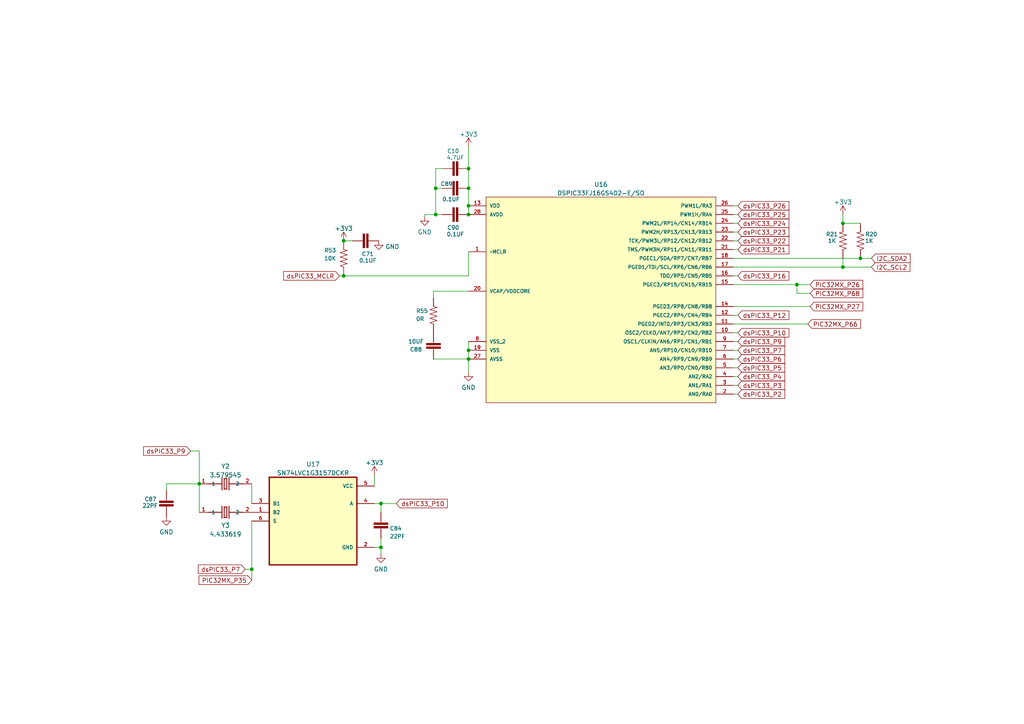
<source format=kicad_sch>
(kicad_sch (version 20230121) (generator eeschema)
  (paper "A4")
  (lib_symbols
    (symbol "Analog_Switch:SN74LVC1G3157DCKR" (pin_names (offset 1.016))
      (property "Reference" "U" (at -12.7 13.6906 0))
      (property "Value" "SN74LVC1G3157DCKR" (at -12.7 -16.6878 0))
      (symbol "SN74LVC1G3157DCKR_0_0"
        (rectangle (start -12.7 -12.7) (end 12.7 12.7) (stroke (width 0.4064)) (fill (type background)))
        (pin input line (at -17.78 2.54 0) (length 5.08) (name "B2") (number "1"))
        (pin power_in line (at 17.78 -7.62 180) (length 5.08) (name "GND") (number "2"))
        (pin input line (at -17.78 5.08 0) (length 5.08) (name "B1") (number "3"))
        (pin output line (at 17.78 5.08 180) (length 5.08) (name "A") (number "4"))
        (pin power_in line (at 17.78 10.16 180) (length 5.08) (name "VCC") (number "5"))
        (pin input line (at -17.78 0 0) (length 5.08) (name "S") (number "6"))
      )
    )
    (symbol "DSP_Microchip_DSPIC33:DSPIC33FJ16GS402-E{brace}slash}SO" (pin_names (offset 1.016))
      (property "Reference" "U16" (at 9.8425 23.969 0))
      (property "Value" "DSPIC33FJ16GS402-E/SO" (at 9.8425 21.4321 0))
      (symbol "DSPIC33FJ16GS402-E{brace}slash}SO_0_0"
        (rectangle (start -23.495 20.32) (end 43.18 -39.37) (stroke (width 0.1524)) (fill (type background)))
        (pin input line (at -28.575 4.445 0) (length 5.08) (name "~MCLR") (number "1"))
        (pin bidirectional line (at 48.26 -19.05 180) (length 5.08) (name "OSC2/CLKO/AN7/RP2/CN2/RB2") (number "10"))
        (pin bidirectional line (at 48.26 -16.51 180) (length 5.08) (name "PGED2/INT0/RP3/CN3/RB3") (number "11"))
        (pin bidirectional line (at 48.26 -13.97 180) (length 5.08) (name "PGEC2/RP4/CN4/RB4") (number "12"))
        (pin power_in line (at -28.575 17.78 0) (length 5.08) (name "VDD") (number "13"))
        (pin bidirectional line (at 48.26 -11.43 180) (length 5.08) (name "PGED3/RP8/CN8/RB8") (number "14"))
        (pin bidirectional line (at 48.26 -5.08 180) (length 5.08) (name "PGEC3/RP15/CN15/RB15") (number "15"))
        (pin bidirectional line (at 48.26 -2.54 180) (length 5.08) (name "TDO/RP5/CN5/RB5") (number "16"))
        (pin bidirectional line (at 48.26 0 180) (length 5.08) (name "PGED1/TDI/SCL/RP6/CN6/RB6") (number "17"))
        (pin bidirectional line (at 48.26 2.54 180) (length 5.08) (name "PGEC1/SDA/RP7/CN7/RB7") (number "18"))
        (pin power_in line (at -28.575 -24.13 0) (length 5.08) (name "VSS") (number "19"))
        (pin bidirectional line (at 48.26 -36.83 180) (length 5.08) (name "AN0/RA0") (number "2"))
        (pin passive line (at -28.575 -6.985 0) (length 5.08) (name "VCAP/VDDCORE") (number "20"))
        (pin bidirectional line (at 48.26 5.08 180) (length 5.08) (name "TMS/PWM3H/RP11/CN11/RB11") (number "21"))
        (pin bidirectional line (at 48.26 7.62 180) (length 5.08) (name "TCK/PWM3L/RP12/CN12/RB12") (number "22"))
        (pin bidirectional line (at 48.26 10.16 180) (length 5.08) (name "PWM2H/RP13/CN13/RB13") (number "23"))
        (pin bidirectional line (at 48.26 12.7 180) (length 5.08) (name "PWM2L/RP14/CN14/RB14") (number "24"))
        (pin bidirectional line (at 48.26 15.24 180) (length 5.08) (name "PWM1H/RA4") (number "25"))
        (pin bidirectional line (at 48.26 17.78 180) (length 5.08) (name "PWM1L/RA3") (number "26"))
        (pin power_in line (at -28.575 -26.67 0) (length 5.08) (name "AVSS") (number "27"))
        (pin power_in line (at -28.575 15.24 0) (length 5.08) (name "AVDD") (number "28"))
        (pin bidirectional line (at 48.26 -34.29 180) (length 5.08) (name "AN1/RA1") (number "3"))
        (pin bidirectional line (at 48.26 -31.75 180) (length 5.08) (name "AN2/RA2") (number "4"))
        (pin bidirectional line (at 48.26 -29.21 180) (length 5.08) (name "AN3/RP0/CN0/RB0") (number "5"))
        (pin bidirectional line (at 48.26 -26.67 180) (length 5.08) (name "AN4/RP9/CN9/RB9") (number "6"))
        (pin bidirectional line (at 48.26 -24.13 180) (length 5.08) (name "AN5/RP10/CN10/RB10") (number "7"))
        (pin power_in line (at -28.575 -21.59 0) (length 5.08) (name "VSS_2") (number "8"))
        (pin bidirectional line (at 48.26 -21.59 180) (length 5.08) (name "OSC1/CLKIN/AN6/RP1/CN1/RB1") (number "9"))
      )
    )
    (symbol "SparkFun-Capacitors:0.1UF-0402-16V-10%" (pin_numbers hide) (pin_names (offset 1.016) hide)
      (property "Reference" "C" (at 1.524 2.921 0))
      (property "Value" "0.1UF-0402-16V-10%" (at 1.524 -2.159 0))
      (property "Field4" "CAP-12416" (at 0 7.62 0))
      (symbol "0.1UF-0402-16V-10%_1_0"
        (polyline (pts (xy 0 0) (xy 0 0.508)))
        (polyline (pts (xy 0 2.54) (xy 0 2.032)))
      )
      (symbol "0.1UF-0402-16V-10%_1_1"
        (rectangle (start -2.032 0.508) (end 2.032 1.016) (fill (type outline)))
        (rectangle (start -2.032 1.524) (end 2.032 2.032) (fill (type outline)))
        (pin passive line (at 0 5.08 270) (length 2.54) (name "1") (number "1"))
        (pin passive line (at 0 -2.54 90) (length 2.54) (name "2") (number "2"))
      )
    )
    (symbol "SparkFun-Capacitors:10UF-0805-10V-10%" (pin_numbers hide) (pin_names (offset 1.016) hide)
      (property "Reference" "C" (at 1.524 2.921 0))
      (property "Value" "10UF-0805-10V-10%" (at 1.524 -2.159 0))
      (property "Field4" "CAP-11330" (at 0 7.62 0))
      (symbol "10UF-0805-10V-10%_1_0"
        (polyline (pts (xy 0 0) (xy 0 0.508)))
        (polyline (pts (xy 0 2.54) (xy 0 2.032)))
      )
      (symbol "10UF-0805-10V-10%_1_1"
        (rectangle (start -2.032 0.508) (end 2.032 1.016) (fill (type outline)))
        (rectangle (start -2.032 1.524) (end 2.032 2.032) (fill (type outline)))
        (pin passive line (at 0 5.08 270) (length 2.54) (name "1") (number "1"))
        (pin passive line (at 0 -2.54 90) (length 2.54) (name "2") (number "2"))
      )
    )
    (symbol "SparkFun-Capacitors:4.7UF0603" (pin_numbers hide) (pin_names (offset 1.016) hide)
      (property "Reference" "C" (at 1.524 2.921 0))
      (property "Value" "4.7UF0603" (at 1.524 -2.159 0))
      (property "Field4" "CAP-08280" (at 0 7.62 0))
      (symbol "4.7UF0603_1_0"
        (polyline (pts (xy 0 0) (xy 0 0.508)))
        (polyline (pts (xy 0 2.54) (xy 0 2.032)))
      )
      (symbol "4.7UF0603_1_1"
        (rectangle (start -2.032 0.508) (end 2.032 1.016) (fill (type outline)))
        (rectangle (start -2.032 1.524) (end 2.032 2.032) (fill (type outline)))
        (pin passive line (at 0 5.08 270) (length 2.54) (name "1") (number "1"))
        (pin passive line (at 0 -2.54 90) (length 2.54) (name "2") (number "2"))
      )
    )
    (symbol "SparkFun-Clocks:FOXSDLF{brace}slash}036S" (pin_names (offset 1.016))
      (property "Reference" "Y" (at -3.8176 2.2905 0))
      (property "Value" "FOXSDLF{brace}slash}036S" (at -8.89 -4.445 0))
      (symbol "FOXSDLF{brace}slash}036S_0_0"
        (polyline (pts (xy -5.08 0) (xy -1.016 0)) (stroke (width 0.254)))
        (polyline (pts (xy -1.016 0) (xy -1.016 -1.778)) (stroke (width 0.254)))
        (polyline (pts (xy -1.016 1.778) (xy -1.016 0)) (stroke (width 0.254)))
        (polyline (pts (xy -0.381 -1.524) (xy 0.381 -1.524)) (stroke (width 0.254)))
        (polyline (pts (xy -0.381 1.524) (xy -0.381 -1.524)) (stroke (width 0.254)))
        (polyline (pts (xy 0.381 -1.524) (xy 0.381 1.524)) (stroke (width 0.254)))
        (polyline (pts (xy 0.381 1.524) (xy -0.381 1.524)) (stroke (width 0.254)))
        (polyline (pts (xy 1.016 0) (xy 1.016 -1.778)) (stroke (width 0.254)))
        (polyline (pts (xy 1.016 1.778) (xy 1.016 0)) (stroke (width 0.254)))
        (polyline (pts (xy 5.08 0) (xy 1.016 0)) (stroke (width 0.254)))
        (pin passive line (at -7.62 0 0) (length 2.54) (name "1") (number "1"))
        (pin passive line (at 7.62 0 180) (length 2.54) (name "2") (number "2"))
      )
    )
    (symbol "SparkFun-Resistors:RESISTOR0402" (pin_numbers hide) (pin_names (offset 1.016) hide)
      (property "Reference" "R" (at -5.08 1.27 0))
      (property "Value" "RESISTOR0402" (at -5.08 -3.81 0))
      (property "Field4" " " (at 0 5.08 0))
      (symbol "RESISTOR0402_1_0"
        (polyline (pts (xy -2.54 0) (xy -2.159 1.016)))
        (polyline (pts (xy -2.159 1.016) (xy -1.524 -1.016)))
        (polyline (pts (xy -1.524 -1.016) (xy -0.889 1.016)))
        (polyline (pts (xy -0.889 1.016) (xy -0.254 -1.016)))
        (polyline (pts (xy -0.254 -1.016) (xy 0.381 1.016)))
        (polyline (pts (xy 0.381 1.016) (xy 1.016 -1.016)))
        (polyline (pts (xy 1.016 -1.016) (xy 1.651 1.016)))
        (polyline (pts (xy 1.651 1.016) (xy 2.286 -1.016)))
        (polyline (pts (xy 2.286 -1.016) (xy 2.54 0)))
      )
      (symbol "RESISTOR0402_1_1"
        (pin passive line (at -5.08 0 0) (length 2.54) (name "1") (number "1"))
        (pin passive line (at 5.08 0 180) (length 2.54) (name "2") (number "2"))
      )
    )
    (symbol "power:+3V3" (power) (pin_names (offset 0))
      (property "Value" "+3V3" (at 0 3.556 0))
      (symbol "+3V3_0_1"
        (polyline (pts (xy -0.762 1.27) (xy 0 2.54)))
        (polyline (pts (xy 0 0) (xy 0 2.54)))
        (polyline (pts (xy 0 2.54) (xy 0.762 1.27)))
      )
      (symbol "+3V3_1_1"
        (pin power_in line (at 0 0 90) (length 0) hide (name "+3V3") (number "1"))
      )
    )
    (symbol "power:GND" (power) (pin_names (offset 0))
      (property "Value" "GND" (at 0 -3.81 0))
      (symbol "GND_0_1"
        (polyline (pts (xy 0 0) (xy 0 -1.27) (xy 1.27 -1.27) (xy 0 -2.54) (xy -1.27 -1.27) (xy 0 -1.27)))
      )
      (symbol "GND_1_1"
        (pin power_in line (at 0 0 270) (length 0) hide (name "GND") (number "1"))
      )
    )
  )
  (junction (at 126.365 62.23))
  (junction (at 73.025 165.1))
  (junction (at 57.785 140.335))
  (junction (at 135.89 59.69))
  (junction (at 231.14 82.55))
  (junction (at 135.89 101.6))
  (junction (at 110.49 146.05))
  (junction (at 135.89 48.895))
  (junction (at 244.475 64.77))
  (junction (at 110.49 158.75))
  (junction (at 135.89 54.61))
  (junction (at 99.695 80.01))
  (junction (at 126.365 54.61))
  (junction (at 249.555 74.93))
  (junction (at 99.695 69.85))
  (junction (at 135.89 62.23))
  (junction (at 244.475 77.47))
  (junction (at 135.89 104.14))
  (wire (pts (xy 244.475 64.77) (xy 249.555 64.77)))
  (wire (pts (xy 126.365 62.23) (xy 128.27 62.23)))
  (wire (pts (xy 99.695 80.01) (xy 135.89 80.01)))
  (wire (pts (xy 98.425 80.01) (xy 99.695 80.01)))
  (wire (pts (xy 123.19 62.23) (xy 126.365 62.23)))
  (wire (pts (xy 110.49 146.05) (xy 114.935 146.05)))
  (wire (pts (xy 108.585 158.75) (xy 110.49 158.75)))
  (wire (pts (xy 231.14 82.55) (xy 231.14 85.09)))
  (wire (pts (xy 244.475 74.93) (xy 244.475 77.47)))
  (wire (pts (xy 212.725 111.76) (xy 213.995 111.76)))
  (wire (pts (xy 212.725 96.52) (xy 213.995 96.52)))
  (wire (pts (xy 212.725 93.98) (xy 234.315 93.98)))
  (wire (pts (xy 213.995 80.01) (xy 212.725 80.01)))
  (wire (pts (xy 135.89 104.14) (xy 135.89 101.6)))
  (wire (pts (xy 212.725 82.55) (xy 231.14 82.55)))
  (wire (pts (xy 73.025 140.335) (xy 73.025 146.05)))
  (wire (pts (xy 135.89 107.95) (xy 135.89 104.14)))
  (wire (pts (xy 244.475 62.23) (xy 244.475 64.77)))
  (wire (pts (xy 135.89 48.895) (xy 135.89 54.61)))
  (wire (pts (xy 231.14 85.09) (xy 234.95 85.09)))
  (wire (pts (xy 135.89 42.545) (xy 135.89 48.895)))
  (wire (pts (xy 57.785 140.335) (xy 57.785 148.59)))
  (wire (pts (xy 135.89 101.6) (xy 135.89 99.06)))
  (wire (pts (xy 110.49 158.75) (xy 110.49 160.655)))
  (wire (pts (xy 126.365 54.61) (xy 126.365 62.23)))
  (wire (pts (xy 125.73 84.455) (xy 125.73 86.36)))
  (wire (pts (xy 110.49 156.21) (xy 110.49 158.75)))
  (wire (pts (xy 252.73 77.47) (xy 244.475 77.47)))
  (wire (pts (xy 73.025 165.1) (xy 73.025 168.275)))
  (wire (pts (xy 123.19 62.23) (xy 123.19 62.865)))
  (wire (pts (xy 55.245 130.81) (xy 57.785 130.81)))
  (wire (pts (xy 212.725 64.77) (xy 213.995 64.77)))
  (wire (pts (xy 212.725 99.06) (xy 213.995 99.06)))
  (wire (pts (xy 212.725 101.6) (xy 213.995 101.6)))
  (wire (pts (xy 110.49 148.59) (xy 110.49 146.05)))
  (wire (pts (xy 48.26 140.335) (xy 57.785 140.335)))
  (wire (pts (xy 212.725 104.14) (xy 213.995 104.14)))
  (wire (pts (xy 135.89 54.61) (xy 135.89 59.69)))
  (wire (pts (xy 57.785 130.81) (xy 57.785 140.335)))
  (wire (pts (xy 102.235 69.85) (xy 99.695 69.85)))
  (wire (pts (xy 213.995 59.69) (xy 212.725 59.69)))
  (wire (pts (xy 252.73 74.93) (xy 249.555 74.93)))
  (wire (pts (xy 212.725 114.3) (xy 213.995 114.3)))
  (wire (pts (xy 213.995 72.39) (xy 212.725 72.39)))
  (wire (pts (xy 212.725 77.47) (xy 244.475 77.47)))
  (wire (pts (xy 71.12 165.1) (xy 73.025 165.1)))
  (wire (pts (xy 212.725 109.22) (xy 213.995 109.22)))
  (wire (pts (xy 125.73 104.14) (xy 135.89 104.14)))
  (wire (pts (xy 212.725 74.93) (xy 249.555 74.93)))
  (wire (pts (xy 213.995 67.31) (xy 212.725 67.31)))
  (wire (pts (xy 212.725 91.44) (xy 213.995 91.44)))
  (wire (pts (xy 108.585 146.05) (xy 110.49 146.05)))
  (wire (pts (xy 213.995 62.23) (xy 212.725 62.23)))
  (wire (pts (xy 73.025 151.13) (xy 73.025 165.1)))
  (wire (pts (xy 108.585 137.795) (xy 108.585 140.97)))
  (wire (pts (xy 135.89 84.455) (xy 125.73 84.455)))
  (wire (pts (xy 126.365 48.895) (xy 128.27 48.895)))
  (wire (pts (xy 213.995 69.85) (xy 212.725 69.85)))
  (wire (pts (xy 126.365 54.61) (xy 128.27 54.61)))
  (wire (pts (xy 135.89 73.025) (xy 135.89 80.01)))
  (wire (pts (xy 135.89 59.69) (xy 135.89 62.23)))
  (wire (pts (xy 212.725 88.9) (xy 234.95 88.9)))
  (wire (pts (xy 48.26 142.24) (xy 48.26 140.335)))
  (wire (pts (xy 231.14 82.55) (xy 234.95 82.55)))
  (wire (pts (xy 126.365 48.895) (xy 126.365 54.61)))
  (wire (pts (xy 212.725 106.68) (xy 213.995 106.68)))
  (global_label "dsPIC33_P10" (shape input) (at 213.995 96.52 0) (property "Intersheetrefs" "${INTERSHEET_REFS}" (effects hide)))
  (global_label "dsPIC33_P2" (shape input) (at 213.995 114.3 0) (property "Intersheetrefs" "${INTERSHEET_REFS}" (effects hide)))
  (global_label "dsPIC33_P16" (shape input) (at 213.995 80.01 0) (property "Intersheetrefs" "${INTERSHEET_REFS}" (effects hide)))
  (global_label "PIC32MX_P27" (shape input) (at 234.95 88.9 0) (property "Intersheetrefs" "${INTERSHEET_REFS}" (effects hide)))
  (global_label "dsPIC33_P21" (shape input) (at 213.995 72.39 0) (property "Intersheetrefs" "${INTERSHEET_REFS}" (effects hide)))
  (global_label "I2C_SCL2" (shape input) (at 252.73 77.47 0) (property "Intersheetrefs" "${INTERSHEET_REFS}" (effects hide)))
  (global_label "dsPIC33_P3" (shape input) (at 213.995 111.76 0) (property "Intersheetrefs" "${INTERSHEET_REFS}" (effects hide)))
  (global_label "dsPIC33_P10" (shape input) (at 114.935 146.05 0) (property "Intersheetrefs" "${INTERSHEET_REFS}" (effects hide)))
  (global_label "PIC32MX_P66" (shape input) (at 234.315 93.98 0) (property "Intersheetrefs" "${INTERSHEET_REFS}" (effects hide)))
  (global_label "PIC32MX_P35" (shape input) (at 73.025 168.275 180) (property "Intersheetrefs" "${INTERSHEET_REFS}" (effects hide)))
  (global_label "dsPIC33_P6" (shape input) (at 213.995 104.14 0) (property "Intersheetrefs" "${INTERSHEET_REFS}" (effects hide)))
  (global_label "dsPIC33_P24" (shape input) (at 213.995 64.77 0) (property "Intersheetrefs" "${INTERSHEET_REFS}" (effects hide)))
  (global_label "dsPIC33_P9" (shape input) (at 213.995 99.06 0) (property "Intersheetrefs" "${INTERSHEET_REFS}" (effects hide)))
  (global_label "dsPIC33_P12" (shape input) (at 213.995 91.44 0) (property "Intersheetrefs" "${INTERSHEET_REFS}" (effects hide)))
  (global_label "PIC32MX_P26" (shape input) (at 234.95 82.55 0) (property "Intersheetrefs" "${INTERSHEET_REFS}" (effects hide)))
  (global_label "dsPIC33_P5" (shape input) (at 213.995 106.68 0) (property "Intersheetrefs" "${INTERSHEET_REFS}" (effects hide)))
  (global_label "dsPIC33_P7" (shape input) (at 213.995 101.6 0) (property "Intersheetrefs" "${INTERSHEET_REFS}" (effects hide)))
  (global_label "dsPIC33_P7" (shape input) (at 71.12 165.1 180) (property "Intersheetrefs" "${INTERSHEET_REFS}" (effects hide)))
  (global_label "PIC32MX_P68" (shape input) (at 234.95 85.09 0) (property "Intersheetrefs" "${INTERSHEET_REFS}" (effects hide)))
  (global_label "I2C_SDA2" (shape input) (at 252.73 74.93 0) (property "Intersheetrefs" "${INTERSHEET_REFS}" (effects hide)))
  (global_label "dsPIC33_P26" (shape input) (at 213.995 59.69 0) (property "Intersheetrefs" "${INTERSHEET_REFS}" (effects hide)))
  (global_label "dsPIC33_P23" (shape input) (at 213.995 67.31 0) (property "Intersheetrefs" "${INTERSHEET_REFS}" (effects hide)))
  (global_label "dsPIC33_P25" (shape input) (at 213.995 62.23 0) (property "Intersheetrefs" "${INTERSHEET_REFS}" (effects hide)))
  (global_label "dsPIC33_P9" (shape input) (at 55.245 130.81 180) (property "Intersheetrefs" "${INTERSHEET_REFS}" (effects hide)))
  (global_label "dsPIC33_MCLR" (shape input) (at 98.425 80.01 180) (property "Intersheetrefs" "${INTERSHEET_REFS}" (effects hide)))
  (global_label "dsPIC33_P4" (shape input) (at 213.995 109.22 0) (property "Intersheetrefs" "${INTERSHEET_REFS}" (effects hide)))
  (global_label "dsPIC33_P22" (shape input) (at 213.995 69.85 0) (property "Intersheetrefs" "${INTERSHEET_REFS}" (effects hide)))
  (symbol (lib_id "Analog_Switch:SN74LVC1G3157DCKR") (at 90.805 151.13 0) (unit 1)
    (property "Reference" "U17" (at 90.805 134.654 0))
    (property "Value" "SN74LVC1G3157DCKR" (at 90.805 137.1909 0))
    (property "Footprint" "Package_TO_SOT_SMD:Texas_R-PDSO-G6" (effects hide))
  )
  (symbol (lib_id "SparkFun-Capacitors:4.7UF0603") (at 130.81 48.895 270) (unit 1)
    (property "Reference" "C10" (at 131.445 43.815 90) (effects (font (size 1.143 1.143))))
    (property "Value" "4.7UF" (at 132.08 45.72 90) (effects (font (size 1.143 1.143))))
    (property "Footprint" "Capacitor_SMD:C_0603_1608Metric" (effects hide))
  )
  (symbol (lib_id "SparkFun-Capacitors:0.1UF-0402-16V-10%") (at 107.315 69.85 90) (unit 1)
    (property "Reference" "C71" (at 106.68 73.66 90) (effects (font (size 1.143 1.143))))
    (property "Value" "0.1UF" (at 109.22 75.565 90) (effects (font (size 1.143 1.143)) (justify left)))
    (property "Footprint" "Capacitor_SMD:C_0402_1005Metric" (effects hide))
  )
  (symbol (lib_id "power:+3V3") (at 99.695 69.85 0) (unit 1)
    (property "Reference" "#PWR0146" (effects hide))
    (property "Value" "+3V3" (at 99.695 66.2742 0))
  )
  (symbol (lib_id "SparkFun-Resistors:RESISTOR0402") (at 99.695 74.93 90) (unit 1)
    (property "Reference" "R53" (at 93.98 72.6214 90) (effects (font (size 1.143 1.143)) (justify right)))
    (property "Value" "10K" (at 93.98 74.93 90) (effects (font (size 1.143 1.143)) (justify right)))
    (property "Footprint" "Resistor_SMD:R_0402_1005Metric" (effects hide))
    (property "Field4" " " (at 93.98 77.581 90) (effects (font (size 1.524 1.524)) (justify right)))
  )
  (symbol (lib_id "power:GND") (at 109.855 69.85 0) (unit 1)
    (property "Reference" "#PWR0211" (effects hide))
    (property "Value" "GND" (at 111.76 71.5538 0) (effects (justify left)))
  )
  (symbol (lib_id "power:GND") (at 110.49 160.655 0) (unit 1)
    (property "Reference" "#PWR0150" (effects hide))
    (property "Value" "GND" (at 110.49 165.0984 0))
  )
  (symbol (lib_id "SparkFun-Capacitors:0.1UF-0402-16V-10%") (at 110.49 153.67 0) (unit 1)
    (property "Reference" "C84" (at 113.03 153.2664 0) (effects (font (size 1.143 1.143)) (justify left)))
    (property "Value" "22PF" (at 113.03 155.575 0) (effects (font (size 1.143 1.143)) (justify left)))
    (property "Footprint" "Capacitor_SMD:C_0402_1005Metric" (effects hide))
  )
  (symbol (lib_id "power:+3V3") (at 244.475 62.23 0) (unit 1)
    (property "Reference" "#PWR0148" (effects hide))
    (property "Value" "+3V3" (at 244.475 58.6542 0))
  )
  (symbol (lib_id "power:+3V3") (at 108.585 137.795 0) (unit 1)
    (property "Reference" "#PWR0149" (effects hide))
    (property "Value" "+3V3" (at 108.585 134.2192 0))
  )
  (symbol (lib_id "power:GND") (at 123.19 62.865 0) (unit 1)
    (property "Reference" "#PWR0145" (effects hide))
    (property "Value" "GND" (at 123.19 67.3084 0))
  )
  (symbol (lib_id "power:+3V3") (at 135.89 42.545 0) (unit 1)
    (property "Reference" "#PWR0144" (effects hide))
    (property "Value" "+3V3" (at 135.89 38.9692 0))
  )
  (symbol (lib_id "power:GND") (at 135.89 107.95 0) (unit 1)
    (property "Reference" "#PWR0147" (effects hide))
    (property "Value" "GND" (at 135.89 112.3934 0))
  )
  (symbol (lib_id "SparkFun-Capacitors:0.1UF-0402-16V-10%") (at 133.35 54.61 90) (unit 1)
    (property "Reference" "C89" (at 129.54 53.34 90) (effects (font (size 1.143 1.143))))
    (property "Value" "0.1UF" (at 130.81 57.785 90) (effects (font (size 1.143 1.143))))
    (property "Footprint" "Capacitor_SMD:C_0402_1005Metric" (effects hide))
    (property "Field4" "CAP-12416" (effects hide))
  )
  (symbol (lib_id "DSP_Microchip_DSPIC33:DSPIC33FJ16GS402-E{brace}slash}SO") (at 164.465 77.47 0) (unit 1)
    (property "Reference" "U16" (at 174.3075 53.501 0))
    (property "Value" "DSPIC33FJ16GS402-E/SO" (at 174.3075 56.0379 0))
    (property "Footprint" "Package_SO:SOIC-28W_7.5x17.9mm_P1.27mm" (effects hide))
    (property "SUPPLIER" "Microchip" (effects hide))
    (property "OC_FARNELL" "1778683" (effects hide))
    (property "MPN" "DSPIC33FJ16GS402-E/SO" (effects hide))
    (property "PACKAGE" "SOIC-28" (effects hide))
    (property "OC_NEWARK" "77M2340" (effects hide))
  )
  (symbol (lib_id "power:GND") (at 48.26 149.86 0) (unit 1)
    (property "Reference" "#PWR0151" (effects hide))
    (property "Value" "GND" (at 48.26 154.3034 0))
  )
  (symbol (lib_id "SparkFun-Resistors:RESISTOR0402") (at 125.73 91.44 90) (unit 1)
    (property "Reference" "R55" (at 120.65 90.17 90) (effects (font (size 1.143 1.143)) (justify right)))
    (property "Value" "0R" (at 120.65 92.4786 90) (effects (font (size 1.143 1.143)) (justify right)))
    (property "Footprint" "Resistor_SMD:R_0402_1005Metric" (effects hide))
    (property "Field4" " " (at 127.381 94.2691 90) (effects (font (size 1.524 1.524)) (justify right)))
  )
  (symbol (lib_id "SparkFun-Clocks:FOXSDLF{brace}slash}036S") (at 65.405 148.59 0) (unit 1)
    (property "Reference" "Y3" (at 65.405 152.4031 0))
    (property "Value" "4.433619" (at 65.405 154.94 0))
    (property "Footprint" "Crystal:Crystal_SMD_HC49-SD" (effects hide))
  )
  (symbol (lib_id "SparkFun-Resistors:RESISTOR0402") (at 244.475 69.85 270) (mirror x) (unit 1)
    (property "Reference" "R21" (at 241.3 67.945 90) (effects (font (size 1.143 1.143))))
    (property "Value" "1K" (at 241.3 69.85 90) (effects (font (size 1.143 1.143))))
    (property "Footprint" "Resistor_SMD:R_0402_1005Metric" (effects hide))
    (property "Field4" " " (at 242.3683 69.85 0) (effects (font (size 1.524 1.524))))
  )
  (symbol (lib_id "SparkFun-Clocks:FOXSDLF{brace}slash}036S") (at 65.405 140.335 0) (unit 1)
    (property "Reference" "Y2" (at 65.405 135.255 0))
    (property "Value" "3.579545" (at 65.405 137.7919 0))
    (property "Footprint" "Crystal:Crystal_SMD_HC49-SD" (effects hide))
  )
  (symbol (lib_id "SparkFun-Capacitors:10UF-0805-10V-10%") (at 125.73 99.06 180) (unit 1)
    (property "Reference" "C88" (at 120.65 101.3686 0) (effects (font (size 1.143 1.143))))
    (property "Value" "10UF" (at 120.65 99.06 0) (effects (font (size 1.143 1.143))))
    (property "Footprint" "Capacitor_SMD:C_0805_2012Metric" (effects hide))
  )
  (symbol (lib_id "SparkFun-Resistors:RESISTOR0402") (at 249.555 69.85 270) (mirror x) (unit 1)
    (property "Reference" "R20" (at 252.73 67.945 90) (effects (font (size 1.143 1.143))))
    (property "Value" "1K" (at 252.095 69.85 90) (effects (font (size 1.143 1.143))))
    (property "Footprint" "Resistor_SMD:R_0402_1005Metric" (effects hide))
    (property "Field4" " " (at 245.5433 69.85 0) (effects (font (size 1.524 1.524))))
  )
  (symbol (lib_id "SparkFun-Capacitors:0.1UF-0402-16V-10%") (at 133.35 62.23 90) (unit 1)
    (property "Reference" "C90" (at 131.445 66.04 90) (effects (font (size 1.143 1.143))))
    (property "Value" "0.1UF" (at 132.08 67.945 90) (effects (font (size 1.143 1.143))))
    (property "Footprint" "Capacitor_SMD:C_0402_1005Metric" (effects hide))
    (property "Field4" "CAP-12416" (effects hide))
  )
  (symbol (lib_id "SparkFun-Capacitors:0.1UF-0402-16V-10%") (at 48.26 147.32 0) (unit 1)
    (property "Reference" "C87" (at 41.91 144.78 0) (effects (font (size 1.143 1.143)) (justify left)))
    (property "Value" "22PF" (at 41.275 146.685 0) (effects (font (size 1.143 1.143)) (justify left)))
    (property "Footprint" "Capacitor_SMD:C_0402_1005Metric" (effects hide))
  )
)
</source>
